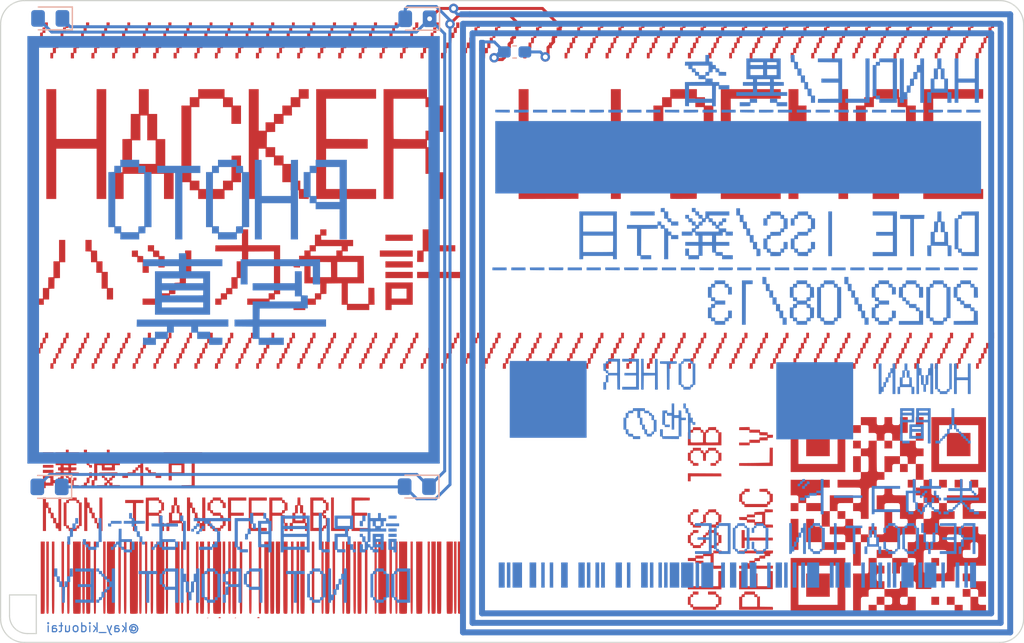
<source format=kicad_pcb>
(kicad_pcb (version 20211014) (generator pcbnew)
  (layers (0 "F.Cu" signal) (31 "B.Cu" signal) (34 "B.Paste" user) (35 "F.Paste" user) (36 "B.SilkS" user "B.Silkscreen") (37 "F.SilkS" user "F.Silkscreen") (38 "B.Mask" user) (39 "F.Mask" user) (44 "Edge.Cuts" user))
  (net 0 "")
  (net 1 "Net-(AE1-Pad1)")
  (net 2 "Net-(AE1-Pad2)")
  (footprint "hack_license:front" (layer "F.Cu") (at 136 81)
    (fp_text reference "G***" hide)
    (fp_text value "LOGO" hide)
  )
  (footprint "LED_SMD:LED_0805_2012Metric_Pad1.15x1.40mm_HandSolder" (layer "B.Cu") (at 97.1725 55.5 180)
    (fp_text reference "D3" hide)
    (fp_text value "LED" hide)
  )
  (footprint "hack_license:back" (layer "B.Cu") (at 136.78 80.53 180)
    (fp_text reference "G***" hide)
    (fp_text value "LOGO" hide)
  )
  (footprint "hack_license:NFC_ANTENNA" (layer "B.Cu") (at 154.87 81.15)
    (fp_text reference "AE1" hide)
    (fp_text value "Antenna_Dipole" hide)
  )
  (footprint "Capacitor_SMD:C_0603_1608Metric_Pad1.08x0.95mm_HandSolder" (layer "B.Cu") (at 136.21 58.32 180)
    (fp_text reference "C1" hide)
    (fp_text value "68pF" hide)
  )
  (footprint "LED_SMD:LED_0805_2012Metric_Pad1.15x1.40mm_HandSolder" (layer "B.Cu") (at 127.99 94.89 180)
    (fp_text reference "D2" hide)
    (fp_text value "LED" hide)
  )
  (footprint "LED_SMD:LED_0805_2012Metric_Pad1.15x1.40mm_HandSolder" (layer "B.Cu") (at 128.04 55.53 180)
    (fp_text reference "D1" hide)
    (fp_text value "LED" hide)
  )
  (footprint "LED_SMD:LED_0805_2012Metric_Pad1.15x1.40mm_HandSolder" (layer "B.Cu") (at 97.1125 94.91 180)
    (fp_text reference "D4" hide)
    (fp_text value "LED" hide)
  )
  (gr_line (start 93 106) (end 93 56) (layer "Edge.Cuts") (width 0.1))
  (gr_line (start 93.75 104) (end 96 104) (layer "Edge.Cuts") (width 0.1))
  (gr_line (start 96 107.25) (end 95.25 107.25) (layer "Edge.Cuts") (width 0.1))
  (gr_arc (start 95 108) (mid 93.585786 107.414214) (end 93 106) (layer "Edge.Cuts") (width 0.1))
  (gr_line (start 177 108) (end 95 108) (layer "Edge.Cuts") (width 0.1))
  (gr_line (start 95 54) (end 177 54) (layer "Edge.Cuts") (width 0.1))
  (gr_arc (start 179 106) (mid 178.414214 107.414214) (end 177 108) (layer "Edge.Cuts") (width 0.1))
  (gr_line (start 93.75 105.75) (end 93.75 104) (layer "Edge.Cuts") (width 0.1))
  (gr_line (start 96 104) (end 96 107.25) (layer "Edge.Cuts") (width 0.1))
  (gr_line (start 179 56) (end 179 106) (layer "Edge.Cuts") (width 0.1))
  (gr_arc (start 93 56) (mid 93.585786 54.585786) (end 95 54) (layer "Edge.Cuts") (width 0.1))
  (gr_arc (start 177 54) (mid 178.414214 54.585786) (end 179 56) (layer "Edge.Cuts") (width 0.1))
  (gr_arc (start 95.25 107.25) (mid 94.18934 106.81066) (end 93.75 105.75) (layer "Edge.Cuts") (width 0.1))
  (gr_text "@kay_kidoutai" (at 100.75 106.75) (layer "B.Cu") (effects (font (size 0.75 0.75) (thickness 0.1)) (justify mirror)))
  (segment (start 139.32 57.64) (end 139.49 57.47) (width 0.25) (layer "F.Cu") (net 1))
  (segment (start 139.02 58.2) (end 139.02 57.94) (width 0.25) (layer "F.Cu") (net 1))
  (segment (start 131.08 54.66) (end 129.935 54.66) (width 0.25) (layer "F.Cu") (net 1))
  (segment (start 138.79 58.74) (end 139.02 58.51) (width 0.25) (layer "F.Cu") (net 1))
  (segment (start 139.02 58.51) (end 139.02 58.2) (width 0.25) (layer "F.Cu") (net 1))
  (segment (start 140.04 56.43) (end 140.04 56.15) (width 0.25) (layer "F.Cu") (net 1))
  (segment (start 139.71 56.76) (end 140.04 56.43) (width 0.25) (layer "F.Cu") (net 1))
  (segment (start 139.49 57.23) (end 139.49 56.98) (width 0.25) (layer "F.Cu") (net 1))
  (segment (start 140.04 56.15) (end 138.55 54.66) (width 0.25) (layer "F.Cu") (net 1))
  (segment (start 139.49 56.98) (end 139.71 56.76) (width 0.25) (layer "F.Cu") (net 1))
  (segment (start 138.55 54.66) (end 131.08 54.66) (width 0.25) (layer "F.Cu") (net 1))
  (segment (start 139.02 57.94) (end 139.32 57.64) (width 0.25) (layer "F.Cu") (net 1))
  (segment (start 129.935 54.66) (end 129.065 55.53) (width 0.25) (layer "F.Cu") (net 1))
  (segment (start 139.49 57.47) (end 139.49 57.23) (width 0.25) (layer "F.Cu") (net 1))
  (via (at 131.08 54.66) (size 0.8) (drill 0.4) (layers "F.Cu" "B.Cu") (net 1))
  (via (at 138.79 58.74) (size 0.8) (drill 0.4) (layers "F.Cu" "B.Cu") (net 1))
  (via (at 129.065 55.53) (size 0.8) (drill 0.4) (layers "F.Cu" "B.Cu") (net 1))
  (segment (start 127.945 56.65) (end 97.2975 56.65) (width 0.25) (layer "B.Cu") (net 1))
  (segment (start 131.08 54.66) (end 131.08 54.83) (width 0.25) (layer "B.Cu") (net 1))
  (segment (start 129.015 94.89) (end 127.99 93.865) (width 0.25) (layer "B.Cu") (net 1))
  (segment (start 129.065 55.53) (end 127.945 56.65) (width 0.25) (layer "B.Cu") (net 1))
  (segment (start 137.0725 58.32) (end 138.37 58.32) (width 0.25) (layer "B.Cu") (net 1))
  (segment (start 130.33 56.795) (end 129.065 55.53) (width 0.25) (layer "B.Cu") (net 1))
  (segment (start 127.99 93.865) (end 97.1325 93.865) (width 0.25) (layer "B.Cu") (net 1))
  (segment (start 131.4 55.15) (end 131.87 55.15) (width 0.25) (layer "B.Cu") (net 1))
  (segment (start 131.08 54.83) (end 131.4 55.15) (width 0.25) (layer "B.Cu") (net 1))
  (segment (start 97.1325 93.865) (end 96.0875 94.91) (width 0.25) (layer "B.Cu") (net 1))
  (segment (start 130.33 93.575) (end 130.33 56.795) (width 0.25) (layer "B.Cu") (net 1))
  (segment (start 138.37 58.32) (end 138.79 58.74) (width 0.25) (layer "B.Cu") (net 1))
  (segment (start 129.015 94.89) (end 130.33 93.575) (width 0.25) (layer "B.Cu") (net 1))
  (segment (start 97.2975 56.65) (end 96.1475 55.5) (width 0.25) (layer "B.Cu") (net 1))
  (segment (start 136.38 56.29) (end 136.62 56.05) (width 0.25) (layer "F.Cu") (net 2))
  (segment (start 135.36 58.32) (end 135.75 57.93) (width 0.25) (layer "F.Cu") (net 2))
  (segment (start 136.1 57.09) (end 136.21 57.09) (width 0.25) (layer "F.Cu") (net 2))
  (segment (start 135.75 57.93) (end 135.75 57.67) (width 0.25) (layer "F.Cu") (net 2))
  (segment (start 135.97 57.52) (end 135.97 57.22) (width 0.25) (layer "F.Cu") (net 2))
  (segment (start 135.75 57.67) (end 135.9 57.52) (width 0.25) (layer "F.Cu") (net 2))
  (segment (start 136.21 57.09) (end 136.21 56.83) (width 0.25) (layer "F.Cu") (net 2))
  (segment (start 135.84 55.27) (end 131.48 55.27) (width 0.25) (layer "F.Cu") (net 2))
  (segment (start 136.38 56.33) (end 136.38 56.29) (width 0.25) (layer "F.Cu") (net 2))
  (segment (start 136.21 56.83) (end 136.15 56.77) (width 0.25) (layer "F.Cu") (net 2))
  (segment (start 135.36 58.78) (end 135.36 58.32) (width 0.25) (layer "F.Cu") (net 2))
  (segment (start 134.64 58.96) (end 135.18 58.96) (width 0.25) (layer "F.Cu") (net 2))
  (segment (start 136.42 56.64) (end 136.42 56.37) (width 0.25) (layer "F.Cu") (net 2))
  (segment (start 135.97 57.22) (end 136.1 57.09) (width 0.25) (layer "F.Cu") (net 2))
  (segment (start 136.42 56.37) (end 136.38 56.33) (width 0.25) (layer "F.Cu") (net 2))
  (segment (start 136.28 56.64) (end 136.42 56.64) (width 0.25) (layer "F.Cu") (net 2))
  (segment (start 131.48 55.27) (end 130.78 55.97) (width 0.25) (layer "F.Cu") (net 2))
  (segment (start 135.9 57.52) (end 135.97 57.52) (width 0.25) (layer "F.Cu") (net 2))
  (segment (start 136.15 56.77) (end 136.28 56.64) (width 0.25) (layer "F.Cu") (net 2))
  (segment (start 135.18 58.96) (end 135.36 58.78) (width 0.25) (layer "F.Cu") (net 2))
  (segment (start 134.49 58.81) (end 134.64 58.96) (width 0.25) (layer "F.Cu") (net 2))
  (segment (start 136.62 56.05) (end 135.84 55.27) (width 0.25) (layer "F.Cu") (net 2))
  (via (at 134.49 58.81) (size 0.8) (drill 0.4) (layers "F.Cu" "B.Cu") (net 2))
  (via (at 130.78 55.97) (size 0.8) (drill 0.4) (layers "F.Cu" "B.Cu") (net 2))
  (segment (start 130.78 55.656827) (end 129.623173 54.5) (width 0.25) (layer "B.Cu") (net 2))
  (segment (start 98.1375 94.91) (end 126.945 94.91) (width 0.25) (layer "B.Cu") (net 2))
  (segment (start 134.98 58.32) (end 134.49 58.81) (width 0.25) (layer "B.Cu") (net 2))
  (segment (start 135.3475 58.32) (end 134.5025 57.475) (width 0.25) (layer "B.Cu") (net 2))
  (segment (start 129.623173 54.5) (end 127.23 54.5) (width 0.25) (layer "B.Cu") (net 2))
  (segment (start 129.578173 95.915) (end 130.78 94.713173) (width 0.25) (layer "B.Cu") (net 2))
  (segment (start 98.86 56.2) (end 126.345 56.2) (width 0.25) (layer "B.Cu") (net 2))
  (segment (start 126.345 56.2) (end 127.015 55.53) (width 0.25) (layer "B.Cu") (net 2))
  (segment (start 126.965 94.89) (end 127.99 95.915) (width 0.25) (layer "B.Cu") (net 2))
  (segment (start 134.5025 57.475) (end 133.47 57.475) (width 0.25) (layer "B.Cu") (net 2))
  (segment (start 127.99 95.915) (end 129.578173 95.915) (width 0.25) (layer "B.Cu") (net 2))
  (segment (start 130.78 55.97) (end 130.78 55.656827) (width 0.25) (layer "B.Cu") (net 2))
  (segment (start 98.1975 55.5) (end 98.1975 55.5375) (width 0.25) (layer "B.Cu") (net 2))
  (segment (start 98.1975 55.5375) (end 98.86 56.2) (width 0.25) (layer "B.Cu") (net 2))
  (segment (start 135.3475 58.32) (end 134.98 58.32) (width 0.25) (layer "B.Cu") (net 2))
  (segment (start 126.945 94.91) (end 126.965 94.89) (width 0.25) (layer "B.Cu") (net 2))
  (segment (start 127.015 54.715) (end 127.015 55.53) (width 0.25) (layer "B.Cu") (net 2))
  (segment (start 130.78 94.713173) (end 130.78 55.97) (width 0.25) (layer "B.Cu") (net 2))
  (segment (start 127.23 54.5) (end 127.015 54.715) (width 0.25) (layer "B.Cu") (net 2))
)
</source>
